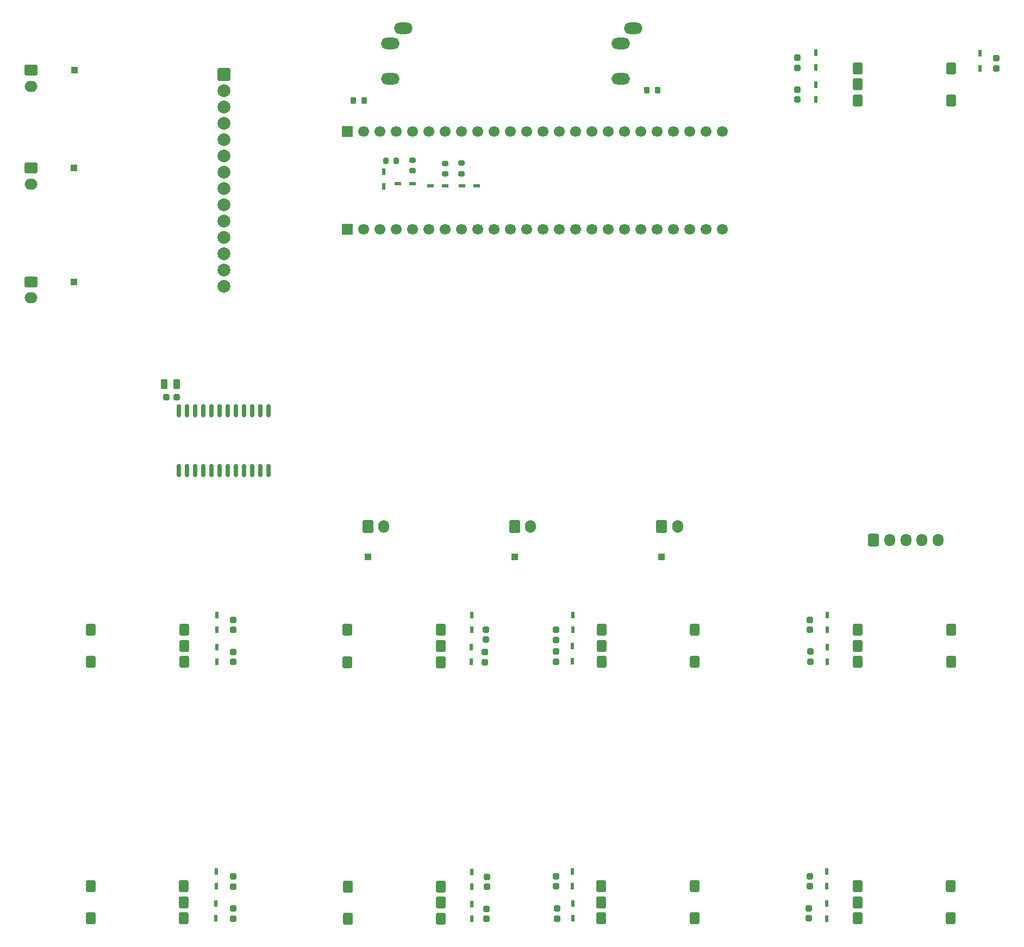
<source format=gbr>
%TF.GenerationSoftware,KiCad,Pcbnew,9.0.3*%
%TF.CreationDate,2025-09-04T08:55:29+02:00*%
%TF.ProjectId,midi_controller,6d696469-5f63-46f6-9e74-726f6c6c6572,rev?*%
%TF.SameCoordinates,Original*%
%TF.FileFunction,Soldermask,Top*%
%TF.FilePolarity,Negative*%
%FSLAX46Y46*%
G04 Gerber Fmt 4.6, Leading zero omitted, Abs format (unit mm)*
G04 Created by KiCad (PCBNEW 9.0.3) date 2025-09-04 08:55:29*
%MOMM*%
%LPD*%
G01*
G04 APERTURE LIST*
G04 Aperture macros list*
%AMRoundRect*
0 Rectangle with rounded corners*
0 $1 Rounding radius*
0 $2 $3 $4 $5 $6 $7 $8 $9 X,Y pos of 4 corners*
0 Add a 4 corners polygon primitive as box body*
4,1,4,$2,$3,$4,$5,$6,$7,$8,$9,$2,$3,0*
0 Add four circle primitives for the rounded corners*
1,1,$1+$1,$2,$3*
1,1,$1+$1,$4,$5*
1,1,$1+$1,$6,$7*
1,1,$1+$1,$8,$9*
0 Add four rect primitives between the rounded corners*
20,1,$1+$1,$2,$3,$4,$5,0*
20,1,$1+$1,$4,$5,$6,$7,0*
20,1,$1+$1,$6,$7,$8,$9,0*
20,1,$1+$1,$8,$9,$2,$3,0*%
G04 Aperture macros list end*
%ADD10RoundRect,0.244000X-0.269000X0.244000X-0.269000X-0.244000X0.269000X-0.244000X0.269000X0.244000X0*%
%ADD11RoundRect,0.250000X-0.750000X0.750000X-0.750000X-0.750000X0.750000X-0.750000X0.750000X0.750000X0*%
%ADD12C,2.000000*%
%ADD13R,0.500000X1.100000*%
%ADD14RoundRect,0.225000X0.525000X-0.675000X0.525000X0.675000X-0.525000X0.675000X-0.525000X-0.675000X0*%
%ADD15RoundRect,0.225000X-0.525000X0.675000X-0.525000X-0.675000X0.525000X-0.675000X0.525000X0.675000X0*%
%ADD16RoundRect,0.219000X-0.219000X-0.294000X0.219000X-0.294000X0.219000X0.294000X-0.219000X0.294000X0*%
%ADD17R,1.100000X0.500000*%
%ADD18R,1.000000X1.000000*%
%ADD19RoundRect,0.150000X0.150000X-0.875000X0.150000X0.875000X-0.150000X0.875000X-0.150000X-0.875000X0*%
%ADD20RoundRect,0.244000X0.244000X0.269000X-0.244000X0.269000X-0.244000X-0.269000X0.244000X-0.269000X0*%
%ADD21RoundRect,0.244000X0.269000X-0.244000X0.269000X0.244000X-0.269000X0.244000X-0.269000X-0.244000X0*%
%ADD22RoundRect,0.200000X-0.275000X0.200000X-0.275000X-0.200000X0.275000X-0.200000X0.275000X0.200000X0*%
%ADD23RoundRect,0.200000X0.200000X0.275000X-0.200000X0.275000X-0.200000X-0.275000X0.200000X-0.275000X0*%
%ADD24RoundRect,0.269000X0.269000X0.494000X-0.269000X0.494000X-0.269000X-0.494000X0.269000X-0.494000X0*%
%ADD25RoundRect,0.250000X-0.600000X-0.725000X0.600000X-0.725000X0.600000X0.725000X-0.600000X0.725000X0*%
%ADD26O,1.700000X1.950000*%
%ADD27RoundRect,0.250000X-0.600000X-0.750000X0.600000X-0.750000X0.600000X0.750000X-0.600000X0.750000X0*%
%ADD28O,1.700000X2.000000*%
%ADD29RoundRect,0.250000X-0.750000X0.600000X-0.750000X-0.600000X0.750000X-0.600000X0.750000X0.600000X0*%
%ADD30O,2.000000X1.700000*%
%ADD31R,1.700000X1.700000*%
%ADD32C,1.700000*%
%ADD33O,2.900000X1.800000*%
G04 APERTURE END LIST*
D10*
%TO.C,C19*%
X165514533Y-215899866D03*
X165514533Y-217459866D03*
%TD*%
D11*
%TO.C,DISP1*%
X113779995Y-91000000D03*
D12*
X113779995Y-93540000D03*
X113779995Y-96080000D03*
X113779995Y-98620000D03*
X113779995Y-101160000D03*
X113779995Y-103700000D03*
X113779995Y-106240000D03*
X113779995Y-108780000D03*
X113779995Y-111320000D03*
X113779995Y-113860000D03*
X113779995Y-116400000D03*
X113779995Y-118940000D03*
X113779995Y-121480000D03*
X113779995Y-124020000D03*
%TD*%
D10*
%TO.C,C3*%
X234096134Y-88438917D03*
X234096134Y-89998917D03*
%TD*%
D13*
%TO.C,D10*%
X152315913Y-177496171D03*
X152315913Y-175196171D03*
%TD*%
D14*
%TO.C,ENC_MECH6*%
X93010013Y-222490018D03*
X93010013Y-217490018D03*
X107510013Y-222490018D03*
X107510013Y-217490018D03*
X107510013Y-219990018D03*
%TD*%
D15*
%TO.C,ENC_MECH8*%
X187040013Y-217500018D03*
X187040013Y-222500018D03*
X172540013Y-217500018D03*
X172540013Y-222500018D03*
X172540013Y-220000018D03*
%TD*%
D13*
%TO.C,D16*%
X112562245Y-217492011D03*
X112562245Y-215192011D03*
%TD*%
D10*
%TO.C,C2*%
X203038756Y-93328067D03*
X203038756Y-94888067D03*
%TD*%
D16*
%TO.C,R6*%
X179645347Y-93463999D03*
X181285347Y-93463999D03*
%TD*%
D14*
%TO.C,ENC_MECH7*%
X133050013Y-222530018D03*
X133050013Y-217530018D03*
X147550013Y-222530018D03*
X147550013Y-217530018D03*
X147550013Y-220030018D03*
%TD*%
%TO.C,ENC_MECH2*%
X93040013Y-182500018D03*
X93040013Y-177500018D03*
X107540013Y-182500018D03*
X107540013Y-177500018D03*
X107540013Y-180000018D03*
%TD*%
D13*
%TO.C,D12*%
X168085816Y-177531094D03*
X168085816Y-175231094D03*
%TD*%
D17*
%TO.C,D4*%
X150793435Y-108354602D03*
X153093435Y-108354602D03*
%TD*%
D18*
%TO.C,TP4*%
X136165347Y-166113999D03*
%TD*%
D13*
%TO.C,D21*%
X168076744Y-222494784D03*
X168076744Y-220194784D03*
%TD*%
D18*
%TO.C,TP3*%
X90345347Y-123283999D03*
%TD*%
D10*
%TO.C,C7*%
X115202585Y-180961390D03*
X115202585Y-182521390D03*
%TD*%
D13*
%TO.C,D18*%
X152365339Y-222531384D03*
X152365339Y-220231384D03*
%TD*%
D18*
%TO.C,TP6*%
X181905347Y-166113999D03*
%TD*%
D13*
%TO.C,D11*%
X152297885Y-182531870D03*
X152297885Y-180231870D03*
%TD*%
%TO.C,D15*%
X207766517Y-182509617D03*
X207766517Y-180209617D03*
%TD*%
%TO.C,D22*%
X207636575Y-217494242D03*
X207636575Y-215194242D03*
%TD*%
D10*
%TO.C,C21*%
X204824752Y-220935996D03*
X204824752Y-222495996D03*
%TD*%
D18*
%TO.C,TP1*%
X90365347Y-105553999D03*
%TD*%
D10*
%TO.C,C15*%
X115195150Y-215952883D03*
X115195150Y-217512883D03*
%TD*%
%TO.C,C20*%
X205014453Y-215942099D03*
X205014453Y-217502099D03*
%TD*%
D19*
%TO.C,U1*%
X106730046Y-152707085D03*
X108000046Y-152707085D03*
X109270046Y-152707085D03*
X110540046Y-152707085D03*
X111810046Y-152707085D03*
X113080046Y-152707085D03*
X114350046Y-152707085D03*
X115620046Y-152707085D03*
X116890046Y-152707085D03*
X118160046Y-152707085D03*
X119430046Y-152707085D03*
X120700046Y-152707085D03*
X120700046Y-143407085D03*
X119430046Y-143407085D03*
X118160046Y-143407085D03*
X116890046Y-143407085D03*
X115620046Y-143407085D03*
X114350046Y-143407085D03*
X113080046Y-143407085D03*
X111810046Y-143407085D03*
X110540046Y-143407085D03*
X109270046Y-143407085D03*
X108000046Y-143407085D03*
X106730046Y-143407085D03*
%TD*%
D20*
%TO.C,C5*%
X106353347Y-141223999D03*
X104793347Y-141223999D03*
%TD*%
D18*
%TO.C,TP2*%
X90475347Y-90313999D03*
%TD*%
D10*
%TO.C,C12*%
X205007426Y-175940574D03*
X205007426Y-177500574D03*
%TD*%
%TO.C,C1*%
X203109347Y-88355999D03*
X203109347Y-89915999D03*
%TD*%
D15*
%TO.C,ENC_MECH1*%
X227000013Y-90000018D03*
X227000013Y-95000018D03*
X212500013Y-90000018D03*
X212500013Y-95000018D03*
X212500013Y-92500018D03*
%TD*%
D13*
%TO.C,D14*%
X207731323Y-177503325D03*
X207731323Y-175203325D03*
%TD*%
D10*
%TO.C,C6*%
X115199742Y-175977465D03*
X115199742Y-177537465D03*
%TD*%
D21*
%TO.C,C10*%
X165514533Y-179087999D03*
X165514533Y-177527999D03*
%TD*%
D17*
%TO.C,D6*%
X148230710Y-108360458D03*
X145930710Y-108360458D03*
%TD*%
D13*
%TO.C,D3*%
X138613366Y-106129557D03*
X138613366Y-108429557D03*
%TD*%
D21*
%TO.C,C9*%
X154533251Y-179061657D03*
X154533251Y-177501657D03*
%TD*%
D10*
%TO.C,C18*%
X165610633Y-220960680D03*
X165610633Y-222520680D03*
%TD*%
%TO.C,C16*%
X154684073Y-221006780D03*
X154684073Y-222566780D03*
%TD*%
D15*
%TO.C,ENC_MECH9*%
X226970013Y-217500018D03*
X226970013Y-222500018D03*
X212470013Y-217500018D03*
X212470013Y-222500018D03*
X212470013Y-220000018D03*
%TD*%
D13*
%TO.C,D19*%
X152321973Y-217532445D03*
X152321973Y-215232445D03*
%TD*%
D15*
%TO.C,ENC_MECH4*%
X187060013Y-177530018D03*
X187060013Y-182530018D03*
X172560013Y-177530018D03*
X172560013Y-182530018D03*
X172560013Y-180030018D03*
%TD*%
D13*
%TO.C,D13*%
X168057897Y-182380380D03*
X168057897Y-180080380D03*
%TD*%
%TO.C,D8*%
X112675611Y-177530004D03*
X112675611Y-175230004D03*
%TD*%
%TO.C,D9*%
X112674317Y-182508523D03*
X112674317Y-180208523D03*
%TD*%
D22*
%TO.C,R5*%
X150788766Y-104810634D03*
X150788766Y-106460634D03*
%TD*%
D13*
%TO.C,D1*%
X205970141Y-89908309D03*
X205970141Y-87608309D03*
%TD*%
%TO.C,D23*%
X207642088Y-222500455D03*
X207642088Y-220200455D03*
%TD*%
D15*
%TO.C,ENC_MECH5*%
X227000013Y-177510018D03*
X227000013Y-182510018D03*
X212500013Y-177510018D03*
X212500013Y-182510018D03*
X212500013Y-180010018D03*
%TD*%
D10*
%TO.C,C17*%
X154748914Y-216008374D03*
X154748914Y-217568374D03*
%TD*%
D13*
%TO.C,D2*%
X231557347Y-89997316D03*
X231557347Y-87697316D03*
%TD*%
D17*
%TO.C,D5*%
X143137561Y-107958640D03*
X140837561Y-107958640D03*
%TD*%
D16*
%TO.C,R1*%
X133940468Y-95024001D03*
X135580468Y-95024001D03*
%TD*%
D18*
%TO.C,TP5*%
X159055347Y-166113999D03*
%TD*%
D13*
%TO.C,D17*%
X112506521Y-222493450D03*
X112506521Y-220193450D03*
%TD*%
D22*
%TO.C,R4*%
X143165347Y-104330999D03*
X143165347Y-105980999D03*
%TD*%
%TO.C,R3*%
X148245347Y-104838999D03*
X148245347Y-106488999D03*
%TD*%
D23*
%TO.C,R2*%
X140605541Y-104404064D03*
X138955541Y-104404064D03*
%TD*%
D13*
%TO.C,D7*%
X205967208Y-94906190D03*
X205967208Y-92606190D03*
%TD*%
D10*
%TO.C,C11*%
X165516358Y-180924146D03*
X165516358Y-182484146D03*
%TD*%
D13*
%TO.C,D20*%
X168041982Y-217493969D03*
X168041982Y-215193969D03*
%TD*%
D14*
%TO.C,ENC_MECH3*%
X133010013Y-182540018D03*
X133010013Y-177540018D03*
X147510013Y-182540018D03*
X147510013Y-177540018D03*
X147510013Y-180040018D03*
%TD*%
D10*
%TO.C,C13*%
X205077657Y-180926977D03*
X205077657Y-182486977D03*
%TD*%
%TO.C,C14*%
X115214317Y-220949282D03*
X115214317Y-222509282D03*
%TD*%
D24*
%TO.C,C4*%
X106352036Y-139201442D03*
X104452036Y-139201442D03*
%TD*%
D10*
%TO.C,C8*%
X154399680Y-180989413D03*
X154399680Y-182549413D03*
%TD*%
D25*
%TO.C,J8*%
X214964004Y-163552085D03*
D26*
X217464004Y-163552085D03*
X219964004Y-163552085D03*
X222464004Y-163552085D03*
X224964004Y-163552085D03*
%TD*%
D27*
%TO.C,J10*%
X159004004Y-161392085D03*
D28*
X161504004Y-161392085D03*
%TD*%
D29*
%TO.C,J4*%
X83665046Y-105552085D03*
D30*
X83665046Y-108052085D03*
%TD*%
D31*
%TO.C,J3*%
X133000004Y-99842085D03*
D32*
X135540004Y-99842085D03*
X138080004Y-99842085D03*
X140620004Y-99842085D03*
X143160004Y-99842085D03*
X145700004Y-99842085D03*
X148240004Y-99842085D03*
X150780004Y-99842085D03*
X153320004Y-99842085D03*
X155860004Y-99842085D03*
X158400004Y-99842085D03*
X160940004Y-99842085D03*
X163480004Y-99842085D03*
X166020004Y-99842085D03*
X168560004Y-99842085D03*
X171100004Y-99842085D03*
X173640004Y-99842085D03*
X176180004Y-99842085D03*
X178720004Y-99842085D03*
X181260004Y-99842085D03*
X183800004Y-99842085D03*
X186340004Y-99842085D03*
X188880004Y-99842085D03*
X191420004Y-99842085D03*
%TD*%
D27*
%TO.C,J9*%
X181904004Y-161392085D03*
D28*
X184404004Y-161392085D03*
%TD*%
D33*
%TO.C,J1*%
X175515347Y-91653999D03*
X177515347Y-83753999D03*
X175515347Y-86153999D03*
%TD*%
%TO.C,J2*%
X139685347Y-91653999D03*
X141685347Y-83753999D03*
X139685347Y-86153999D03*
%TD*%
D31*
%TO.C,J6*%
X133000004Y-115082085D03*
D32*
X135540004Y-115082085D03*
X138080004Y-115082085D03*
X140620004Y-115082085D03*
X143160004Y-115082085D03*
X145700004Y-115082085D03*
X148240004Y-115082085D03*
X150780004Y-115082085D03*
X153320004Y-115082085D03*
X155860004Y-115082085D03*
X158400004Y-115082085D03*
X160940004Y-115082085D03*
X163480004Y-115082085D03*
X166020004Y-115082085D03*
X168560004Y-115082085D03*
X171100004Y-115082085D03*
X173640004Y-115082085D03*
X176180004Y-115082085D03*
X178720004Y-115082085D03*
X181260004Y-115082085D03*
X183800004Y-115082085D03*
X186340004Y-115082085D03*
X188880004Y-115082085D03*
X191420004Y-115082085D03*
%TD*%
D27*
%TO.C,J11*%
X136144004Y-161392085D03*
D28*
X138644004Y-161392085D03*
%TD*%
D29*
%TO.C,J7*%
X83665046Y-123282085D03*
D30*
X83665046Y-125782085D03*
%TD*%
D29*
%TO.C,J5*%
X83665046Y-90312085D03*
D30*
X83665046Y-92812085D03*
%TD*%
M02*

</source>
